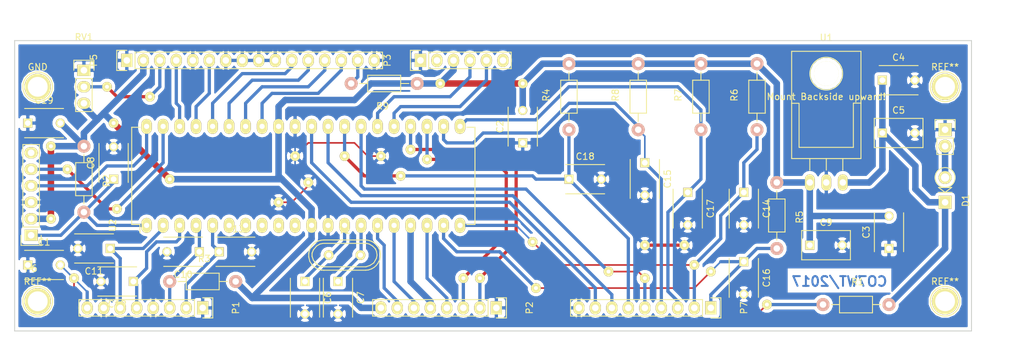
<source format=kicad_pcb>
(kicad_pcb (version 4) (host pcbnew 4.0.2+dfsg1-stable)
  (layers (0 F.Cu signal) (31 B.Cu signal) (34 B.Paste user) (35 F.Paste user) (36 B.SilkS user) (37 F.SilkS user) (38 B.Mask user) (39 F.Mask user) (44 Edge.Cuts user))
  (net 0 "")
  (net 1 GND)
  (net 2 +5V)
  (net 3 "Net-(U2-Pad6)")
  (net 4 "Net-(U2-Pad7)")
  (net 5 "Net-(U2-Pad8)")
  (net 6 "Net-(U2-Pad9)")
  (net 7 "Net-(C6-Pad1)")
  (net 8 "Net-(C7-Pad1)")
  (net 9 "Net-(P7-Pad8)")
  (net 10 "Net-(U2-Pad10)")
  (net 11 MCLR)
  (net 12 Scale)
  (net 13 Probe_ID)
  (net 14 V_Rev)
  (net 15 V_Dir)
  (net 16 /SDO)
  (net 17 /SDI/SDA)
  (net 18 /SCK/SCL)
  (net 19 /PWM1)
  (net 20 /PWM2)
  (net 21 /T1CKI)
  (net 22 /TXO)
  (net 23 /RXI)
  (net 24 /RS)
  (net 25 /EN)
  (net 26 /D4)
  (net 27 /D5)
  (net 28 /D6)
  (net 29 /D7)
  (net 30 "Net-(C1-Pad2)")
  (net 31 +12V)
  (net 32 "Net-(P3-Pad2)")
  (net 33 "Net-(P3-Pad6)")
  (net 34 "Net-(P5-Pad3)")
  (net 35 "Net-(P5-Pad15)")
  (net 36 "Net-(P6-Pad6)")
  (net 37 /Pin)
  (net 38 "Net-(P6-Pad4)")
  (net 39 "Net-(P6-Pad5)")
  (net 40 "Net-(C14-Pad1)")
  (net 41 "Net-(C15-Pad1)")
  (net 42 "Net-(C16-Pad1)")
  (net 43 "Net-(C17-Pad1)")
  (net 44 "Net-(C18-Pad1)")
  (net 45 "Net-(P7-Pad5)")
  (net 46 "Net-(P7-Pad7)")
  (module Resistors_ThroughHole:Resistor_Horizontal_RM10mm (layer F.Cu) (at 146.304 94.996 90)
    (fp_text reference R4 (at 5.32892 -3.50012 90) (layer F.SilkS))
    (fp_text value 10k)
    (pad 1 thru_hole circle (at 0 0 90) (size 1.99898 1.99898) (drill 1.00076) (layers *.Cu *.SilkS *.Mask) (net 44 "Net-(C18-Pad1)"))
    (pad 2 thru_hole circle (at 10.16 0 90) (size 1.99898 1.99898) (drill 1.00076) (layers *.Cu *.SilkS *.Mask) (net 2 +5V))
  )
  (module Resistors_ThroughHole:Resistor_Horizontal_RM10mm (layer F.Cu) (at 178.308 103.124 270)
    (fp_text reference R5 (at 5.32892 -3.50012 270) (layer F.SilkS))
    (fp_text value 10k)
    (pad 1 thru_hole circle (at 0 0 270) (size 1.99898 1.99898) (drill 1.00076) (layers *.Cu *.SilkS *.Mask) (net 2 +5V))
    (pad 2 thru_hole circle (at 10.16 0 270) (size 1.99898 1.99898) (drill 1.00076) (layers *.Cu *.SilkS *.Mask) (net 42 "Net-(C16-Pad1)"))
  )
  (module Crystals:Crystal_HC49-U_Vertical (layer F.Cu) (at 111.76 114.3)
    (fp_text reference Y1 (at 0 -3.81) (layer F.SilkS))
    (fp_text value 14.318Mhz)
    (pad 1 thru_hole circle (at -2.44094 0) (size 1.50114 1.50114) (drill 0.8001) (layers *.Cu *.Mask F.SilkS) (net 7 "Net-(C6-Pad1)"))
    (pad 2 thru_hole circle (at 2.44094 0) (size 1.50114 1.50114) (drill 0.8001) (layers *.Cu *.Mask F.SilkS) (net 8 "Net-(C7-Pad1)"))
  )
  (module Housings_DIP:DIP-40_W15.24mm_LongPads (layer F.Cu) (at 81.28 109.728 90)
    (fp_text reference U2 (at 0 -5.22 90) (layer F.SilkS))
    (fp_text value PIC16F887-PDIP-40)
    (pad 1 thru_hole oval (at 0 0 90) (size 2.3 1.6) (drill 0.8) (layers *.Cu *.Mask F.SilkS) (net 11 MCLR))
    (pad 2 thru_hole oval (at 0 2.54 90) (size 2.3 1.6) (drill 0.8) (layers *.Cu *.Mask F.SilkS) (net 15 V_Dir))
    (pad 3 thru_hole oval (at 0 5.08 90) (size 2.3 1.6) (drill 0.8) (layers *.Cu *.Mask F.SilkS) (net 14 V_Rev))
    (pad 4 thru_hole oval (at 0 7.62 90) (size 2.3 1.6) (drill 0.8) (layers *.Cu *.Mask F.SilkS) (net 13 Probe_ID))
    (pad 5 thru_hole oval (at 0 10.16 90) (size 2.3 1.6) (drill 0.8) (layers *.Cu *.Mask F.SilkS) (net 12 Scale))
    (pad 6 thru_hole oval (at 0 12.7 90) (size 2.3 1.6) (drill 0.8) (layers *.Cu *.Mask F.SilkS) (net 3 "Net-(U2-Pad6)"))
    (pad 7 thru_hole oval (at 0 15.24 90) (size 2.3 1.6) (drill 0.8) (layers *.Cu *.Mask F.SilkS) (net 4 "Net-(U2-Pad7)"))
    (pad 8 thru_hole oval (at 0 17.78 90) (size 2.3 1.6) (drill 0.8) (layers *.Cu *.Mask F.SilkS) (net 5 "Net-(U2-Pad8)"))
    (pad 9 thru_hole oval (at 0 20.32 90) (size 2.3 1.6) (drill 0.8) (layers *.Cu *.Mask F.SilkS) (net 6 "Net-(U2-Pad9)"))
    (pad 10 thru_hole oval (at 0 22.86 90) (size 2.3 1.6) (drill 0.8) (layers *.Cu *.Mask F.SilkS) (net 10 "Net-(U2-Pad10)"))
    (pad 11 thru_hole oval (at 0 25.4 90) (size 2.3 1.6) (drill 0.8) (layers *.Cu *.Mask F.SilkS) (net 2 +5V))
    (pad 12 thru_hole oval (at 0 27.94 90) (size 2.3 1.6) (drill 0.8) (layers *.Cu *.Mask F.SilkS) (net 1 GND))
    (pad 13 thru_hole oval (at 0 30.48 90) (size 2.3 1.6) (drill 0.8) (layers *.Cu *.Mask F.SilkS) (net 7 "Net-(C6-Pad1)"))
    (pad 14 thru_hole oval (at 0 33.02 90) (size 2.3 1.6) (drill 0.8) (layers *.Cu *.Mask F.SilkS) (net 8 "Net-(C7-Pad1)"))
    (pad 15 thru_hole oval (at 0 35.56 90) (size 2.3 1.6) (drill 0.8) (layers *.Cu *.Mask F.SilkS) (net 21 /T1CKI))
    (pad 16 thru_hole oval (at 0 38.1 90) (size 2.3 1.6) (drill 0.8) (layers *.Cu *.Mask F.SilkS) (net 20 /PWM2))
    (pad 17 thru_hole oval (at 0 40.64 90) (size 2.3 1.6) (drill 0.8) (layers *.Cu *.Mask F.SilkS) (net 19 /PWM1))
    (pad 18 thru_hole oval (at 0 43.18 90) (size 2.3 1.6) (drill 0.8) (layers *.Cu *.Mask F.SilkS) (net 18 /SCK/SCL))
    (pad 19 thru_hole oval (at 0 45.72 90) (size 2.3 1.6) (drill 0.8) (layers *.Cu *.Mask F.SilkS) (net 42 "Net-(C16-Pad1)"))
    (pad 20 thru_hole oval (at 0 48.26 90) (size 2.3 1.6) (drill 0.8) (layers *.Cu *.Mask F.SilkS) (net 40 "Net-(C14-Pad1)"))
    (pad 21 thru_hole oval (at 15.24 48.26 90) (size 2.3 1.6) (drill 0.8) (layers *.Cu *.Mask F.SilkS) (net 43 "Net-(C17-Pad1)"))
    (pad 22 thru_hole oval (at 15.24 45.72 90) (size 2.3 1.6) (drill 0.8) (layers *.Cu *.Mask F.SilkS) (net 41 "Net-(C15-Pad1)"))
    (pad 23 thru_hole oval (at 15.24 43.18 90) (size 2.3 1.6) (drill 0.8) (layers *.Cu *.Mask F.SilkS) (net 17 /SDI/SDA))
    (pad 24 thru_hole oval (at 15.24 40.64 90) (size 2.3 1.6) (drill 0.8) (layers *.Cu *.Mask F.SilkS) (net 16 /SDO))
    (pad 25 thru_hole oval (at 15.24 38.1 90) (size 2.3 1.6) (drill 0.8) (layers *.Cu *.Mask F.SilkS) (net 23 /RXI))
    (pad 26 thru_hole oval (at 15.24 35.56 90) (size 2.3 1.6) (drill 0.8) (layers *.Cu *.Mask F.SilkS) (net 22 /TXO))
    (pad 27 thru_hole oval (at 15.24 33.02 90) (size 2.3 1.6) (drill 0.8) (layers *.Cu *.Mask F.SilkS) (net 45 "Net-(P7-Pad5)"))
    (pad 28 thru_hole oval (at 15.24 30.48 90) (size 2.3 1.6) (drill 0.8) (layers *.Cu *.Mask F.SilkS) (net 44 "Net-(C18-Pad1)"))
    (pad 29 thru_hole oval (at 15.24 27.94 90) (size 2.3 1.6) (drill 0.8) (layers *.Cu *.Mask F.SilkS) (net 46 "Net-(P7-Pad7)"))
    (pad 30 thru_hole oval (at 15.24 25.4 90) (size 2.3 1.6) (drill 0.8) (layers *.Cu *.Mask F.SilkS) (net 9 "Net-(P7-Pad8)"))
    (pad 31 thru_hole oval (at 15.24 22.86 90) (size 2.3 1.6) (drill 0.8) (layers *.Cu *.Mask F.SilkS) (net 1 GND))
    (pad 32 thru_hole oval (at 15.24 20.32 90) (size 2.3 1.6) (drill 0.8) (layers *.Cu *.Mask F.SilkS) (net 2 +5V))
    (pad 33 thru_hole oval (at 15.24 17.78 90) (size 2.3 1.6) (drill 0.8) (layers *.Cu *.Mask F.SilkS) (net 26 /D4))
    (pad 34 thru_hole oval (at 15.24 15.24 90) (size 2.3 1.6) (drill 0.8) (layers *.Cu *.Mask F.SilkS) (net 27 /D5))
    (pad 35 thru_hole oval (at 15.24 12.7 90) (size 2.3 1.6) (drill 0.8) (layers *.Cu *.Mask F.SilkS) (net 28 /D6))
    (pad 36 thru_hole oval (at 15.24 10.16 90) (size 2.3 1.6) (drill 0.8) (layers *.Cu *.Mask F.SilkS) (net 29 /D7))
    (pad 37 thru_hole oval (at 15.24 7.62 90) (size 2.3 1.6) (drill 0.8) (layers *.Cu *.Mask F.SilkS) (net 25 /EN))
    (pad 38 thru_hole oval (at 15.24 5.08 90) (size 2.3 1.6) (drill 0.8) (layers *.Cu *.Mask F.SilkS) (net 24 /RS))
    (pad 39 thru_hole oval (at 15.24 2.54 90) (size 2.3 1.6) (drill 0.8) (layers *.Cu *.Mask F.SilkS) (net 39 "Net-(P6-Pad5)"))
    (pad 40 thru_hole oval (at 15.24 0 90) (size 2.3 1.6) (drill 0.8) (layers *.Cu *.Mask F.SilkS) (net 38 "Net-(P6-Pad4)"))
  )
  (module Connect:1pin (layer F.Cu) (at 64.516 88.392)
    (fp_text reference GND (at 0 -3.048) (layer F.SilkS))
    (fp_text value 1pin)
    (pad 1 thru_hole circle (at 0 0) (size 4.064 4.064) (drill 3.048) (layers *.Cu *.Mask F.SilkS))
  )
  (module Connect:1pin (layer F.Cu) (at 64.516 121.412)
    (fp_text reference REF** (at 0 -3.048) (layer F.SilkS))
    (fp_text value 1pin)
    (pad 1 thru_hole circle (at 0 0) (size 4.064 4.064) (drill 3.048) (layers *.Cu *.Mask F.SilkS))
  )
  (module Connect:1pin (layer F.Cu) (at 204.216 88.392)
    (fp_text reference REF** (at 0 -3.048) (layer F.SilkS))
    (fp_text value 1pin)
    (pad 1 thru_hole circle (at 0 0) (size 4.064 4.064) (drill 3.048) (layers *.Cu *.Mask F.SilkS))
  )
  (module Connect:1pin (layer F.Cu) (at 204.216 121.412)
    (fp_text reference REF** (at 0 -3.048) (layer F.SilkS))
    (fp_text value 1pin)
    (pad 1 thru_hole circle (at 0 0) (size 4.064 4.064) (drill 3.048) (layers *.Cu *.Mask F.SilkS))
  )
  (module Capacitors_ThroughHole:C_Disc_D6_P5 (layer F.Cu) (at 62.992 115.824)
    (fp_text reference C1 (at 2.5 -3.5) (layer F.SilkS))
    (fp_text value 100n)
    (pad 1 thru_hole rect (at 0 0) (size 1.4 1.4) (drill 0.9) (layers *.Cu *.Mask F.SilkS) (net 1 GND))
    (pad 2 thru_hole circle (at 5 0) (size 1.4 1.4) (drill 0.9) (layers *.Cu *.Mask F.SilkS) (net 30 "Net-(C1-Pad2)"))
  )
  (module Capacitors_ThroughHole:C_Disc_D6_P5 (layer F.Cu) (at 139.192 97.028 90)
    (fp_text reference C2 (at 2.5 -3.5 90) (layer F.SilkS))
    (fp_text value 100n)
    (pad 1 thru_hole rect (at 0 0 90) (size 1.4 1.4) (drill 0.9) (layers *.Cu *.Mask F.SilkS) (net 1 GND))
    (pad 2 thru_hole circle (at 5 0 90) (size 1.4 1.4) (drill 0.9) (layers *.Cu *.Mask F.SilkS) (net 2 +5V))
  )
  (module Capacitors_ThroughHole:C_Disc_D6_P5 (layer F.Cu) (at 195.58 113.284 90)
    (fp_text reference C3 (at 2.5 -3.5 90) (layer F.SilkS))
    (fp_text value 100n)
    (pad 1 thru_hole rect (at 0 0 90) (size 1.4 1.4) (drill 0.9) (layers *.Cu *.Mask F.SilkS) (net 1 GND))
    (pad 2 thru_hole circle (at 5 0 90) (size 1.4 1.4) (drill 0.9) (layers *.Cu *.Mask F.SilkS) (net 2 +5V))
  )
  (module Capacitors_ThroughHole:C_Disc_D6_P5 (layer F.Cu) (at 194.564 87.376)
    (fp_text reference C4 (at 2.5 -3.5) (layer F.SilkS))
    (fp_text value 100n)
    (pad 1 thru_hole rect (at 0 0) (size 1.4 1.4) (drill 0.9) (layers *.Cu *.Mask F.SilkS) (net 31 +12V))
    (pad 2 thru_hole circle (at 5 0) (size 1.4 1.4) (drill 0.9) (layers *.Cu *.Mask F.SilkS) (net 1 GND))
  )
  (module Capacitors_ThroughHole:C_Disc_D7.5_P5 (layer F.Cu) (at 194.564 95.504)
    (fp_text reference C5 (at 2.5 -3.5) (layer F.SilkS))
    (fp_text value 100u)
    (pad 1 thru_hole rect (at 0 0) (size 1.4 1.4) (drill 0.9) (layers *.Cu *.Mask F.SilkS) (net 31 +12V))
    (pad 2 thru_hole circle (at 5 0) (size 1.4 1.4) (drill 0.9) (layers *.Cu *.Mask F.SilkS) (net 1 GND))
  )
  (module Capacitors_ThroughHole:C_Disc_D6_P5 (layer F.Cu) (at 105.664 118.364 270)
    (fp_text reference C6 (at 2.5 -3.5 270) (layer F.SilkS))
    (fp_text value 22p)
    (pad 1 thru_hole rect (at 0 0 270) (size 1.4 1.4) (drill 0.9) (layers *.Cu *.Mask F.SilkS) (net 7 "Net-(C6-Pad1)"))
    (pad 2 thru_hole circle (at 5 0 270) (size 1.4 1.4) (drill 0.9) (layers *.Cu *.Mask F.SilkS) (net 1 GND))
  )
  (module Capacitors_ThroughHole:C_Disc_D6_P5 (layer F.Cu) (at 110.744 118.364 270)
    (fp_text reference C7 (at 2.5 -3.5 270) (layer F.SilkS))
    (fp_text value 22p)
    (pad 1 thru_hole rect (at 0 0 270) (size 1.4 1.4) (drill 0.9) (layers *.Cu *.Mask F.SilkS) (net 8 "Net-(C7-Pad1)"))
    (pad 2 thru_hole circle (at 5 0 270) (size 1.4 1.4) (drill 0.9) (layers *.Cu *.Mask F.SilkS) (net 1 GND))
  )
  (module Capacitors_ThroughHole:C_Disc_D6_P5 (layer F.Cu) (at 76.2 102.616 90)
    (fp_text reference C8 (at 2.5 -3.5 90) (layer F.SilkS))
    (fp_text value 100n)
    (pad 1 thru_hole rect (at 0 0 90) (size 1.4 1.4) (drill 0.9) (layers *.Cu *.Mask F.SilkS) (net 11 MCLR))
    (pad 2 thru_hole circle (at 5 0 90) (size 1.4 1.4) (drill 0.9) (layers *.Cu *.Mask F.SilkS) (net 1 GND))
  )
  (module Capacitors_ThroughHole:C_Disc_D7.5_P5 (layer F.Cu) (at 183.388 112.776)
    (fp_text reference C9 (at 2.5 -3.5) (layer F.SilkS))
    (fp_text value 10u)
    (pad 1 thru_hole rect (at 0 0) (size 1.4 1.4) (drill 0.9) (layers *.Cu *.Mask F.SilkS) (net 2 +5V))
    (pad 2 thru_hole circle (at 5 0) (size 1.4 1.4) (drill 0.9) (layers *.Cu *.Mask F.SilkS) (net 1 GND))
  )
  (module Capacitors_ThroughHole:C_Disc_D6_P5 (layer F.Cu) (at 89.408 113.792 180)
    (fp_text reference C10 (at 2.5 -3.5 180) (layer F.SilkS))
    (fp_text value 10n)
    (pad 1 thru_hole rect (at 0 0 180) (size 1.4 1.4) (drill 0.9) (layers *.Cu *.Mask F.SilkS) (net 13 Probe_ID))
    (pad 2 thru_hole circle (at 5 0 180) (size 1.4 1.4) (drill 0.9) (layers *.Cu *.Mask F.SilkS) (net 1 GND))
  )
  (module Capacitors_ThroughHole:C_Disc_D6_P5 (layer F.Cu) (at 79.248 118.364 180)
    (fp_text reference C12 (at 2.5 -3.5 180) (layer F.SilkS))
    (fp_text value 10n)
    (pad 1 thru_hole rect (at 0 0 180) (size 1.4 1.4) (drill 0.9) (layers *.Cu *.Mask F.SilkS) (net 14 V_Rev))
    (pad 2 thru_hole circle (at 5 0 180) (size 1.4 1.4) (drill 0.9) (layers *.Cu *.Mask F.SilkS) (net 1 GND))
  )
  (module Capacitors_ThroughHole:C_Disc_D6_P5 (layer F.Cu) (at 92.456 113.792)
    (fp_text reference C13 (at 2.5 -3.5) (layer F.SilkS))
    (fp_text value 10n)
    (pad 1 thru_hole rect (at 0 0) (size 1.4 1.4) (drill 0.9) (layers *.Cu *.Mask F.SilkS) (net 12 Scale))
    (pad 2 thru_hole circle (at 5 0) (size 1.4 1.4) (drill 0.9) (layers *.Cu *.Mask F.SilkS) (net 1 GND))
  )
  (module Capacitors_ThroughHole:C_Disc_D6_P5 (layer F.Cu) (at 173.228 104.648 270)
    (fp_text reference C14 (at 2.5 -3.5 270) (layer F.SilkS))
    (fp_text value 10n)
    (pad 1 thru_hole rect (at 0 0 270) (size 1.4 1.4) (drill 0.9) (layers *.Cu *.Mask F.SilkS) (net 40 "Net-(C14-Pad1)"))
    (pad 2 thru_hole circle (at 5 0 270) (size 1.4 1.4) (drill 0.9) (layers *.Cu *.Mask F.SilkS) (net 1 GND))
  )
  (module Capacitors_ThroughHole:C_Disc_D6_P5 (layer F.Cu) (at 157.988 100.076 270)
    (fp_text reference C15 (at 2.5 -3.5 270) (layer F.SilkS))
    (fp_text value 10n)
    (pad 1 thru_hole rect (at 0 0 270) (size 1.4 1.4) (drill 0.9) (layers *.Cu *.Mask F.SilkS) (net 41 "Net-(C15-Pad1)"))
    (pad 2 thru_hole circle (at 5 0 270) (size 1.4 1.4) (drill 0.9) (layers *.Cu *.Mask F.SilkS) (net 1 GND))
  )
  (module Capacitors_ThroughHole:C_Disc_D6_P5 (layer F.Cu) (at 173.228 115.316 270)
    (fp_text reference C16 (at 2.5 -3.5 270) (layer F.SilkS))
    (fp_text value 10n)
    (pad 1 thru_hole rect (at 0 0 270) (size 1.4 1.4) (drill 0.9) (layers *.Cu *.Mask F.SilkS) (net 42 "Net-(C16-Pad1)"))
    (pad 2 thru_hole circle (at 5 0 270) (size 1.4 1.4) (drill 0.9) (layers *.Cu *.Mask F.SilkS) (net 1 GND))
  )
  (module Capacitors_ThroughHole:C_Disc_D6_P5 (layer F.Cu) (at 164.592 104.648 270)
    (fp_text reference C17 (at 2.5 -3.5 270) (layer F.SilkS))
    (fp_text value 10n)
    (pad 1 thru_hole rect (at 0 0 270) (size 1.4 1.4) (drill 0.9) (layers *.Cu *.Mask F.SilkS) (net 43 "Net-(C17-Pad1)"))
    (pad 2 thru_hole circle (at 5 0 270) (size 1.4 1.4) (drill 0.9) (layers *.Cu *.Mask F.SilkS) (net 1 GND))
  )
  (module Capacitors_ThroughHole:C_Disc_D6_P5 (layer F.Cu) (at 146.304 102.616)
    (fp_text reference C18 (at 2.5 -3.5) (layer F.SilkS))
    (fp_text value 10n)
    (pad 1 thru_hole rect (at 0 0) (size 1.4 1.4) (drill 0.9) (layers *.Cu *.Mask F.SilkS) (net 44 "Net-(C18-Pad1)"))
    (pad 2 thru_hole circle (at 5 0) (size 1.4 1.4) (drill 0.9) (layers *.Cu *.Mask F.SilkS) (net 1 GND))
  )
  (module Capacitors_ThroughHole:C_Disc_D6_P5 (layer F.Cu) (at 62.992 93.98)
    (fp_text reference C19 (at 2.5 -3.5) (layer F.SilkS))
    (fp_text value 100n)
    (pad 1 thru_hole rect (at 0 0) (size 1.4 1.4) (drill 0.9) (layers *.Cu *.Mask F.SilkS) (net 1 GND))
    (pad 2 thru_hole circle (at 5 0) (size 1.4 1.4) (drill 0.9) (layers *.Cu *.Mask F.SilkS) (net 2 +5V))
  )
  (module Diodes_ThroughHole:Diode_DO-41_SOD81_Vertical_KathodeUp (layer F.Cu) (at 204.216 106.172 90)
    (fp_text reference D1 (at 0.27178 3.175 90) (layer F.SilkS))
    (fp_text value 1N4001)
    (pad 2 thru_hole circle (at 3.81 0 270) (size 1.99898 1.99898) (drill 1.27) (layers *.Cu *.Mask F.SilkS) (net 37 /Pin))
    (pad 1 thru_hole rect (at 0 0 270) (size 1.99898 1.99898) (drill 1.00076) (layers *.Cu *.Mask F.SilkS) (net 31 +12V))
  )
  (module Pin_Headers:Pin_Header_Straight_1x08 (layer F.Cu) (at 89.916 122.428 270)
    (fp_text reference P1 (at 0 -5.1 270) (layer F.SilkS))
    (fp_text value "Probe Connector")
    (pad 1 thru_hole rect (at 0 0 270) (size 2.032 1.7272) (drill 1.016) (layers *.Cu *.Mask F.SilkS) (net 1 GND))
    (pad 2 thru_hole oval (at 0 2.54 270) (size 2.032 1.7272) (drill 1.016) (layers *.Cu *.Mask F.SilkS) (net 12 Scale))
    (pad 3 thru_hole oval (at 0 5.08 270) (size 2.032 1.7272) (drill 1.016) (layers *.Cu *.Mask F.SilkS) (net 13 Probe_ID))
    (pad 4 thru_hole oval (at 0 7.62 270) (size 2.032 1.7272) (drill 1.016) (layers *.Cu *.Mask F.SilkS) (net 1 GND))
    (pad 5 thru_hole oval (at 0 10.16 270) (size 2.032 1.7272) (drill 1.016) (layers *.Cu *.Mask F.SilkS) (net 14 V_Rev))
    (pad 6 thru_hole oval (at 0 12.7 270) (size 2.032 1.7272) (drill 1.016) (layers *.Cu *.Mask F.SilkS) (net 15 V_Dir))
    (pad 7 thru_hole oval (at 0 15.24 270) (size 2.032 1.7272) (drill 1.016) (layers *.Cu *.Mask F.SilkS) (net 1 GND))
    (pad 8 thru_hole oval (at 0 17.78 270) (size 2.032 1.7272) (drill 1.016) (layers *.Cu *.Mask F.SilkS) (net 30 "Net-(C1-Pad2)"))
  )
  (module Pin_Headers:Pin_Header_Straight_1x06 (layer F.Cu) (at 123.444 84.328 90)
    (fp_text reference P3 (at 0 -5.1 90) (layer F.SilkS))
    (fp_text value Serial)
    (pad 1 thru_hole rect (at 0 0 90) (size 2.032 1.7272) (drill 1.016) (layers *.Cu *.Mask F.SilkS) (net 1 GND))
    (pad 2 thru_hole oval (at 0 2.54 90) (size 2.032 1.7272) (drill 1.016) (layers *.Cu *.Mask F.SilkS) (net 32 "Net-(P3-Pad2)"))
    (pad 3 thru_hole oval (at 0 5.08 90) (size 2.032 1.7272) (drill 1.016) (layers *.Cu *.Mask F.SilkS) (net 2 +5V))
    (pad 4 thru_hole oval (at 0 7.62 90) (size 2.032 1.7272) (drill 1.016) (layers *.Cu *.Mask F.SilkS) (net 22 /TXO))
    (pad 5 thru_hole oval (at 0 10.16 90) (size 2.032 1.7272) (drill 1.016) (layers *.Cu *.Mask F.SilkS) (net 23 /RXI))
    (pad 6 thru_hole oval (at 0 12.7 90) (size 2.032 1.7272) (drill 1.016) (layers *.Cu *.Mask F.SilkS) (net 33 "Net-(P3-Pad6)"))
  )
  (module Pin_Headers:Pin_Header_Straight_1x02 (layer F.Cu) (at 204.216 94.996)
    (fp_text reference P4 (at 0 -5.1) (layer F.SilkS))
    (fp_text value POWER_IN)
    (pad 1 thru_hole rect (at 0 0) (size 2.032 2.032) (drill 1.016) (layers *.Cu *.Mask F.SilkS) (net 1 GND))
    (pad 2 thru_hole oval (at 0 2.54) (size 2.032 2.032) (drill 1.016) (layers *.Cu *.Mask F.SilkS) (net 37 /Pin))
  )
  (module Pin_Headers:Pin_Header_Straight_1x16 (layer F.Cu) (at 78.232 84.328 90)
    (fp_text reference P5 (at 0 -5.1 90) (layer F.SilkS))
    (fp_text value "Default LCD connector")
    (pad 1 thru_hole rect (at 0 0 90) (size 2.032 1.7272) (drill 1.016) (layers *.Cu *.Mask F.SilkS) (net 1 GND))
    (pad 2 thru_hole oval (at 0 2.54 90) (size 2.032 1.7272) (drill 1.016) (layers *.Cu *.Mask F.SilkS) (net 2 +5V))
    (pad 3 thru_hole oval (at 0 5.08 90) (size 2.032 1.7272) (drill 1.016) (layers *.Cu *.Mask F.SilkS) (net 34 "Net-(P5-Pad3)"))
    (pad 4 thru_hole oval (at 0 7.62 90) (size 2.032 1.7272) (drill 1.016) (layers *.Cu *.Mask F.SilkS) (net 24 /RS))
    (pad 5 thru_hole oval (at 0 10.16 90) (size 2.032 1.7272) (drill 1.016) (layers *.Cu *.Mask F.SilkS) (net 1 GND))
    (pad 6 thru_hole oval (at 0 12.7 90) (size 2.032 1.7272) (drill 1.016) (layers *.Cu *.Mask F.SilkS) (net 25 /EN))
    (pad 7 thru_hole oval (at 0 15.24 90) (size 2.032 1.7272) (drill 1.016) (layers *.Cu *.Mask F.SilkS) (net 1 GND))
    (pad 8 thru_hole oval (at 0 17.78 90) (size 2.032 1.7272) (drill 1.016) (layers *.Cu *.Mask F.SilkS) (net 1 GND))
    (pad 9 thru_hole oval (at 0 20.32 90) (size 2.032 1.7272) (drill 1.016) (layers *.Cu *.Mask F.SilkS) (net 1 GND))
    (pad 10 thru_hole oval (at 0 22.86 90) (size 2.032 1.7272) (drill 1.016) (layers *.Cu *.Mask F.SilkS) (net 1 GND))
    (pad 11 thru_hole oval (at 0 25.4 90) (size 2.032 1.7272) (drill 1.016) (layers *.Cu *.Mask F.SilkS) (net 29 /D7))
    (pad 12 thru_hole oval (at 0 27.94 90) (size 2.032 1.7272) (drill 1.016) (layers *.Cu *.Mask F.SilkS) (net 28 /D6))
    (pad 13 thru_hole oval (at 0 30.48 90) (size 2.032 1.7272) (drill 1.016) (layers *.Cu *.Mask F.SilkS) (net 27 /D5))
    (pad 14 thru_hole oval (at 0 33.02 90) (size 2.032 1.7272) (drill 1.016) (layers *.Cu *.Mask F.SilkS) (net 26 /D4))
    (pad 15 thru_hole oval (at 0 35.56 90) (size 2.032 1.7272) (drill 1.016) (layers *.Cu *.Mask F.SilkS) (net 35 "Net-(P5-Pad15)"))
    (pad 16 thru_hole oval (at 0 38.1 90) (size 2.032 1.7272) (drill 1.016) (layers *.Cu *.Mask F.SilkS) (net 1 GND))
  )
  (module Pin_Headers:Pin_Header_Straight_1x06 (layer F.Cu) (at 63.5 111.252 180)
    (fp_text reference P6 (at 0 -5.1 180) (layer F.SilkS))
    (fp_text value "ICSP Pickit2")
    (pad 1 thru_hole rect (at 0 0 180) (size 2.032 1.7272) (drill 1.016) (layers *.Cu *.Mask F.SilkS) (net 11 MCLR))
    (pad 2 thru_hole oval (at 0 2.54 180) (size 2.032 1.7272) (drill 1.016) (layers *.Cu *.Mask F.SilkS) (net 2 +5V))
    (pad 3 thru_hole oval (at 0 5.08 180) (size 2.032 1.7272) (drill 1.016) (layers *.Cu *.Mask F.SilkS) (net 1 GND))
    (pad 4 thru_hole oval (at 0 7.62 180) (size 2.032 1.7272) (drill 1.016) (layers *.Cu *.Mask F.SilkS) (net 38 "Net-(P6-Pad4)"))
    (pad 5 thru_hole oval (at 0 10.16 180) (size 2.032 1.7272) (drill 1.016) (layers *.Cu *.Mask F.SilkS) (net 39 "Net-(P6-Pad5)"))
    (pad 6 thru_hole oval (at 0 12.7 180) (size 2.032 1.7272) (drill 1.016) (layers *.Cu *.Mask F.SilkS) (net 36 "Net-(P6-Pad6)"))
  )
  (module Pin_Headers:Pin_Header_Straight_1x09 (layer F.Cu) (at 168.148 122.428 270)
    (fp_text reference P7 (at 0 -5.1 270) (layer F.SilkS))
    (fp_text value "Buttons & Icom")
    (pad 1 thru_hole rect (at 0 0 270) (size 2.032 1.7272) (drill 1.016) (layers *.Cu *.Mask F.SilkS) (net 42 "Net-(C16-Pad1)"))
    (pad 2 thru_hole oval (at 0 2.54 270) (size 2.032 1.7272) (drill 1.016) (layers *.Cu *.Mask F.SilkS) (net 40 "Net-(C14-Pad1)"))
    (pad 3 thru_hole oval (at 0 5.08 270) (size 2.032 1.7272) (drill 1.016) (layers *.Cu *.Mask F.SilkS) (net 43 "Net-(C17-Pad1)"))
    (pad 4 thru_hole oval (at 0 7.62 270) (size 2.032 1.7272) (drill 1.016) (layers *.Cu *.Mask F.SilkS) (net 41 "Net-(C15-Pad1)"))
    (pad 5 thru_hole oval (at 0 10.16 270) (size 2.032 1.7272) (drill 1.016) (layers *.Cu *.Mask F.SilkS) (net 45 "Net-(P7-Pad5)"))
    (pad 6 thru_hole oval (at 0 12.7 270) (size 2.032 1.7272) (drill 1.016) (layers *.Cu *.Mask F.SilkS) (net 44 "Net-(C18-Pad1)"))
    (pad 7 thru_hole oval (at 0 15.24 270) (size 2.032 1.7272) (drill 1.016) (layers *.Cu *.Mask F.SilkS) (net 46 "Net-(P7-Pad7)"))
    (pad 8 thru_hole oval (at 0 17.78 270) (size 2.032 1.7272) (drill 1.016) (layers *.Cu *.Mask F.SilkS) (net 9 "Net-(P7-Pad8)"))
    (pad 9 thru_hole oval (at 0 20.32 270) (size 2.032 1.7272) (drill 1.016) (layers *.Cu *.Mask F.SilkS) (net 1 GND))
  )
  (module Resistors_ThroughHole:Resistor_Horizontal_RM10mm (layer F.Cu) (at 185.42 121.92)
    (fp_text reference R1 (at 5.32892 -3.50012) (layer F.SilkS))
    (fp_text value 10)
    (pad 1 thru_hole circle (at 0 0) (size 1.99898 1.99898) (drill 1.00076) (layers *.Cu *.SilkS *.Mask) (net 30 "Net-(C1-Pad2)"))
    (pad 2 thru_hole circle (at 10.16 0) (size 1.99898 1.99898) (drill 1.00076) (layers *.Cu *.SilkS *.Mask) (net 31 +12V))
  )
  (module Resistors_ThroughHole:Resistor_Horizontal_RM10mm (layer F.Cu) (at 71.628 97.536 270)
    (fp_text reference R2 (at 5.32892 -3.50012 270) (layer F.SilkS))
    (fp_text value 10k)
    (pad 1 thru_hole circle (at 0 0 270) (size 1.99898 1.99898) (drill 1.00076) (layers *.Cu *.SilkS *.Mask) (net 2 +5V))
    (pad 2 thru_hole circle (at 10.16 0 270) (size 1.99898 1.99898) (drill 1.00076) (layers *.Cu *.SilkS *.Mask) (net 11 MCLR))
  )
  (module Resistors_ThroughHole:Resistor_Horizontal_RM10mm (layer F.Cu) (at 84.836 118.364)
    (fp_text reference R3 (at 5.32892 -3.50012) (layer F.SilkS))
    (fp_text value 10k)
    (pad 1 thru_hole circle (at 0 0) (size 1.99898 1.99898) (drill 1.00076) (layers *.Cu *.SilkS *.Mask) (net 13 Probe_ID))
    (pad 2 thru_hole circle (at 10.16 0) (size 1.99898 1.99898) (drill 1.00076) (layers *.Cu *.SilkS *.Mask) (net 2 +5V))
  )
  (module Resistors_ThroughHole:Resistor_Horizontal_RM10mm (layer F.Cu) (at 175.26 94.996 90)
    (fp_text reference R6 (at 5.32892 -3.50012 90) (layer F.SilkS))
    (fp_text value 10k)
    (pad 1 thru_hole circle (at 0 0 90) (size 1.99898 1.99898) (drill 1.00076) (layers *.Cu *.SilkS *.Mask) (net 40 "Net-(C14-Pad1)"))
    (pad 2 thru_hole circle (at 10.16 0 90) (size 1.99898 1.99898) (drill 1.00076) (layers *.Cu *.SilkS *.Mask) (net 2 +5V))
  )
  (module Resistors_ThroughHole:Resistor_Horizontal_RM10mm (layer F.Cu) (at 166.624 94.996 90)
    (fp_text reference R7 (at 5.32892 -3.50012 90) (layer F.SilkS))
    (fp_text value 10k)
    (pad 1 thru_hole circle (at 0 0 90) (size 1.99898 1.99898) (drill 1.00076) (layers *.Cu *.SilkS *.Mask) (net 43 "Net-(C17-Pad1)"))
    (pad 2 thru_hole circle (at 10.16 0 90) (size 1.99898 1.99898) (drill 1.00076) (layers *.Cu *.SilkS *.Mask) (net 2 +5V))
  )
  (module Resistors_ThroughHole:Resistor_Horizontal_RM10mm (layer F.Cu) (at 156.972 94.996 90)
    (fp_text reference R8 (at 5.32892 -3.50012 90) (layer F.SilkS))
    (fp_text value 10k)
    (pad 1 thru_hole circle (at 0 0 90) (size 1.99898 1.99898) (drill 1.00076) (layers *.Cu *.SilkS *.Mask) (net 41 "Net-(C15-Pad1)"))
    (pad 2 thru_hole circle (at 10.16 0 90) (size 1.99898 1.99898) (drill 1.00076) (layers *.Cu *.SilkS *.Mask) (net 2 +5V))
  )
  (module Resistors_ThroughHole:Resistor_Horizontal_RM10mm (layer F.Cu) (at 122.936 87.884 180)
    (fp_text reference R9 (at 5.32892 -3.50012 180) (layer F.SilkS))
    (fp_text value 100)
    (pad 1 thru_hole circle (at 0 0 180) (size 1.99898 1.99898) (drill 1.00076) (layers *.Cu *.SilkS *.Mask) (net 2 +5V))
    (pad 2 thru_hole circle (at 10.16 0 180) (size 1.99898 1.99898) (drill 1.00076) (layers *.Cu *.SilkS *.Mask) (net 35 "Net-(P5-Pad15)"))
  )
  (module Pin_Headers:Pin_Header_Straight_1x03 (layer F.Cu) (at 71.628 85.852)
    (fp_text reference RV1 (at 0 -5.1) (layer F.SilkS))
    (fp_text value 10k)
    (pad 1 thru_hole rect (at 0 0) (size 2.032 1.7272) (drill 1.016) (layers *.Cu *.Mask F.SilkS) (net 1 GND))
    (pad 2 thru_hole oval (at 0 2.54) (size 2.032 1.7272) (drill 1.016) (layers *.Cu *.Mask F.SilkS) (net 34 "Net-(P5-Pad3)"))
    (pad 3 thru_hole oval (at 0 5.08) (size 2.032 1.7272) (drill 1.016) (layers *.Cu *.Mask F.SilkS) (net 2 +5V))
  )
  (module Pin_Headers:Pin_Header_Straight_1x08 (layer F.Cu) (at 135.128 122.428 270)
    (fp_text reference P2 (at 0 -5.1 270) (layer F.SilkS))
    (fp_text value "Communication port")
    (pad 1 thru_hole rect (at 0 0 270) (size 2.032 1.7272) (drill 1.016) (layers *.Cu *.Mask F.SilkS) (net 1 GND))
    (pad 2 thru_hole oval (at 0 2.54 270) (size 2.032 1.7272) (drill 1.016) (layers *.Cu *.Mask F.SilkS) (net 16 /SDO))
    (pad 3 thru_hole oval (at 0 5.08 270) (size 2.032 1.7272) (drill 1.016) (layers *.Cu *.Mask F.SilkS) (net 17 /SDI/SDA))
    (pad 4 thru_hole oval (at 0 7.62 270) (size 2.032 1.7272) (drill 1.016) (layers *.Cu *.Mask F.SilkS) (net 18 /SCK/SCL))
    (pad 5 thru_hole oval (at 0 10.16 270) (size 2.032 1.7272) (drill 1.016) (layers *.Cu *.Mask F.SilkS) (net 19 /PWM1))
    (pad 6 thru_hole oval (at 0 12.7 270) (size 2.032 1.7272) (drill 1.016) (layers *.Cu *.Mask F.SilkS) (net 20 /PWM2))
    (pad 7 thru_hole oval (at 0 15.24 270) (size 2.032 1.7272) (drill 1.016) (layers *.Cu *.Mask F.SilkS) (net 21 /T1CKI))
    (pad 8 thru_hole oval (at 0 17.78 270) (size 2.032 1.7272) (drill 1.016) (layers *.Cu *.Mask F.SilkS) (net 2 +5V))
  )
  (module Capacitors_ThroughHole:C_Disc_D6_P5 (layer F.Cu) (at 75.692 113.284 180)
    (fp_text reference C11 (at 2.5 -3.5 180) (layer F.SilkS))
    (fp_text value 10n)
    (pad 1 thru_hole rect (at 0 0 180) (size 1.4 1.4) (drill 0.9) (layers *.Cu *.Mask F.SilkS) (net 15 V_Dir))
    (pad 2 thru_hole circle (at 5 0 180) (size 1.4 1.4) (drill 0.9) (layers *.Cu *.Mask F.SilkS) (net 1 GND))
  )
  (module TO_SOT_Packages_THT:TO-220_Neutral123_Horizontal_Reverse (layer F.Cu) (at 185.928 103.124)
    (fp_text reference U1 (at 0 -22.3012) (layer F.SilkS))
    (fp_text value LM7805CT)
    (fp_text user "Mount Backside upward!" (at 0 -13.208) (layer F.SilkS))
    (pad 2 thru_hole oval (at 0 0 90) (size 2.49936 1.50114) (drill 1.00076) (layers *.Cu *.Mask F.SilkS) (net 1 GND))
    (pad 3 thru_hole oval (at -2.54 0 90) (size 2.49936 1.50114) (drill 1.00076) (layers *.Cu *.Mask F.SilkS) (net 2 +5V))
    (pad 1 thru_hole oval (at 2.54 0 90) (size 2.49936 1.50114) (drill 1.00076) (layers *.Cu *.Mask F.SilkS) (net 31 +12V))
    (pad "" np_thru_hole circle (at 0 -16.764 90) (size 3.79984 3.79984) (drill 3.79984) (layers *.Cu *.Mask F.SilkS))
  )
  (module pcb_helpers:pad (layer F.Cu) (at 176.784 121.92)
    (fp_text reference "" hide)
    (fp_text value "" (at 0 0) (layer F.SilkS))
    (pad 1 thru_hole circle (at 0 0) (size 1.5 1.5) (drill 0.6) (layers *.Cu *.Mask F.SilkS) (net 30 "Net-(C1-Pad2)"))
  )
  (module pcb_helpers:pad (layer F.Cu) (at 168.148 116.84)
    (fp_text reference "" hide)
    (fp_text value "" (at 0 0) (layer F.SilkS))
    (pad 1 thru_hole circle (at 0 0) (size 1.5 1.5) (drill 0.6) (layers *.Cu *.Mask F.SilkS) (net 42 "Net-(C16-Pad1)"))
  )
  (module pcb_helpers:pad (layer F.Cu) (at 165.608 115.824)
    (fp_text reference "" hide)
    (fp_text value "" (at 0 0) (layer F.SilkS))
    (pad 2 thru_hole circle (at 0 0) (size 1.5 1.5) (drill 0.6) (layers *.Cu *.Mask F.SilkS) (net 40 "Net-(C14-Pad1)"))
  )
  (module pcb_helpers:pad (layer F.Cu) (at 157.988 117.856)
    (fp_text reference "" hide)
    (fp_text value "" (at 0 0) (layer F.SilkS))
  )
  (module pcb_helpers:pad (layer F.Cu) (at 152.4 116.84)
    (fp_text reference "" hide)
    (fp_text value "" (at 0 0) (layer F.SilkS))
  )
  (module pcb_helpers:pad (layer F.Cu) (at 141.224 119.38)
    (fp_text reference "" hide)
    (fp_text value "" (at 0 0) (layer F.SilkS))
    (pad 9 thru_hole circle (at 0 0) (size 1.5 1.5) (drill 0.6) (layers *.Cu *.Mask F.SilkS) (net 42 "Net-(C16-Pad1)"))
  )
  (module pcb_helpers:pad (layer F.Cu) (at 140.716 112.268)
    (fp_text reference "" hide)
    (fp_text value "" (at 0 0) (layer F.SilkS))
    (pad 8 thru_hole circle (at 0 0) (size 1.5 1.5) (drill 0.6) (layers *.Cu *.Mask F.SilkS) (net 40 "Net-(C14-Pad1)"))
  )
  (module pcb_helpers:pad (layer F.Cu) (at 132.588 117.856)
    (fp_text reference "" hide)
    (fp_text value "" (at 0 0) (layer F.SilkS))
  )
  (module pcb_helpers:pad (layer F.Cu) (at 130.048 117.856)
    (fp_text reference "" hide)
    (fp_text value "" (at 0 0) (layer F.SilkS))
  )
  (module pcb_helpers:pad (layer F.Cu) (at 131.572 102.108)
    (fp_text reference "" hide)
    (fp_text value "" (at 0 0) (layer F.SilkS))
  )
  (module pcb_helpers:pad (layer F.Cu) (at 124.46 99.568)
    (fp_text reference "" hide)
    (fp_text value "" (at 0 0) (layer F.SilkS))
  )
  (module pcb_helpers:pad (layer F.Cu) (at 121.92 98.044)
    (fp_text reference "" hide)
    (fp_text value "" (at 0 0) (layer F.SilkS))
  )
  (module pcb_helpers:pad (layer F.Cu) (at 111.76 99.06)
    (fp_text reference "" hide)
    (fp_text value "" (at 0 0) (layer F.SilkS))
  )
  (module pcb_helpers:pad (layer F.Cu) (at 139.192 87.884)
    (fp_text reference "" hide)
    (fp_text value "" (at 0 0) (layer F.SilkS))
    (pad 7 thru_hole circle (at 0 0) (size 1.5 1.5) (drill 0.6) (layers *.Cu *.Mask F.SilkS) (net 2 +5V))
  )
  (module pcb_helpers:pad (layer F.Cu) (at 126.492 87.884)
    (fp_text reference "" hide)
    (fp_text value "" (at 0 0) (layer F.SilkS))
    (pad 1 thru_hole circle (at 0 0) (size 1.5 1.5) (drill 0.6) (layers *.Cu *.Mask F.SilkS) (net 2 +5V))
  )
  (module pcb_helpers:pad (layer F.Cu) (at 75.184 88.392)
    (fp_text reference "" hide)
    (fp_text value "" (at 0 0) (layer F.SilkS))
  )
  (module pcb_helpers:pad (layer F.Cu) (at 82.804 88.392)
    (fp_text reference "" hide)
    (fp_text value "" (at 0 0) (layer F.SilkS))
  )
  (module pcb_helpers:pad (layer F.Cu) (at 76.2 93.98)
    (fp_text reference "" hide)
    (fp_text value "" (at 0 0) (layer F.SilkS))
    (pad 1 thru_hole circle (at 0 0) (size 1.5 1.5) (drill 0.6) (layers *.Cu *.Mask F.SilkS) (net 2 +5V))
  )
  (module pcb_helpers:pad (layer F.Cu) (at 84.836 102.616)
    (fp_text reference "" hide)
    (fp_text value "" (at 0 0) (layer F.SilkS))
    (pad 1 thru_hole circle (at 0 0) (size 1.5 1.5) (drill 0.6) (layers *.Cu *.Mask F.SilkS) (net 2 +5V))
  )
  (module pcb_helpers:pad (layer F.Cu) (at 69.088 101.092)
    (fp_text reference "" hide)
    (fp_text value "" (at 0 0) (layer F.SilkS))
  )
  (module pcb_helpers:pad (layer F.Cu) (at 66.548 97.536)
    (fp_text reference "" hide)
    (fp_text value "" (at 0 0) (layer F.SilkS))
    (pad 1 thru_hole circle (at 0 0) (size 1.5 1.5) (drill 0.6) (layers *.Cu *.Mask F.SilkS) (net 2 +5V))
  )
  (module pcb_helpers:pad (layer F.Cu) (at 66.548 108.712)
    (fp_text reference "" hide)
    (fp_text value "" (at 0 0) (layer F.SilkS))
    (pad 1 thru_hole circle (at 0 0) (size 1.5 1.5) (drill 0.6) (layers *.Cu *.Mask F.SilkS) (net 2 +5V))
  )
  (module pcb_helpers:pad (layer F.Cu) (at 76.708 107.188)
    (fp_text reference "" hide)
    (fp_text value "" (at 0 0) (layer F.SilkS))
  )
  (module pcb_helpers:pad (layer F.Cu) (at 70.104 117.856)
    (fp_text reference "" hide)
    (fp_text value "" (at 0 0) (layer F.SilkS))
    (pad 1 thru_hole circle (at 0 0) (size 1.5 1.5) (drill 0.6) (layers *.Cu *.Mask F.SilkS) (net 30 "Net-(C1-Pad2)"))
  )
  (module pcb_helpers:pad_gnd (layer F.Cu) (at 117.348 99.06)
    (fp_text reference "" hide)
    (fp_text value "" (at 0 0) (layer F.SilkS))
    (pad 1 thru_hole circle (at 0 0) (size 1.5 1.5) (drill 0.6) (layers *.Cu *.Mask F.SilkS) (net 1 GND))
  )
  (module pcb_helpers:pad_gnd (layer F.Cu) (at 104.14 99.06)
    (fp_text reference "" hide)
    (fp_text value "" (at 0 0) (layer F.SilkS))
    (pad 1 thru_hole circle (at 0 0) (size 1.5 1.5) (drill 0.6) (layers *.Cu *.Mask F.SilkS) (net 1 GND))
  )
  (module pcb_helpers:pad_gnd (layer F.Cu) (at 106.172 103.124)
    (fp_text reference "" hide)
    (fp_text value "" (at 0 0) (layer F.SilkS))
    (pad 1 thru_hole circle (at 0 0) (size 1.5 1.5) (drill 0.6) (layers *.Cu *.Mask F.SilkS) (net 1 GND))
  )
  (module pcb_helpers:pad_gnd (layer F.Cu) (at 101.6 106.172)
    (fp_text reference "" hide)
    (fp_text value "" (at 0 0) (layer F.SilkS))
    (pad 1 thru_hole circle (at 0 0) (size 1.5 1.5) (drill 0.6) (layers *.Cu *.Mask F.SilkS) (net 1 GND))
  )
  (module pcb_helpers:pad (layer F.Cu) (at 152.4 116.84)
    (fp_text reference "" hide)
    (fp_text value "" (at 0 0) (layer F.SilkS))
  )
  (module pcb_helpers:pad (layer F.Cu) (at 157.988 117.856)
    (fp_text reference "" hide)
    (fp_text value "" (at 0 0) (layer F.SilkS))
    (pad 5 thru_hole circle (at 0 0) (size 1.5 1.5) (drill 0.6) (layers *.Cu *.Mask F.SilkS) (net 45 "Net-(P7-Pad5)"))
  )
  (module pcb_helpers:pad (layer F.Cu) (at 81.788 89.916)
    (fp_text reference "" hide)
    (fp_text value "" (at 0 0) (layer F.SilkS))
    (pad 1 thru_hole circle (at 0 0) (size 1.5 1.5) (drill 0.6) (layers *.Cu *.Mask F.SilkS) (net 34 "Net-(P5-Pad3)"))
  )
  (module pcb_helpers:pad (layer F.Cu) (at 75.184 88.392)
    (fp_text reference "" hide)
    (fp_text value "" (at 0 0) (layer F.SilkS))
    (pad 1 thru_hole circle (at 0 0) (size 1.5 1.5) (drill 0.6) (layers *.Cu *.Mask F.SilkS) (net 34 "Net-(P5-Pad3)"))
  )
  (module pcb_helpers:pad (layer F.Cu) (at 69.088 101.092)
    (fp_text reference "" hide)
    (fp_text value "" (at 0 0) (layer F.SilkS))
    (pad 1 thru_hole circle (at 0 0) (size 1.5 1.5) (drill 0.6) (layers *.Cu *.Mask F.SilkS) (net 39 "Net-(P6-Pad5)"))
  )
  (module pcb_helpers:pad (layer F.Cu) (at 76.708 107.188)
    (fp_text reference "" hide)
    (fp_text value "" (at 0 0) (layer F.SilkS))
    (pad 1 thru_hole circle (at 0 0) (size 1.5 1.5) (drill 0.6) (layers *.Cu *.Mask F.SilkS) (net 39 "Net-(P6-Pad5)"))
  )
  (module pcb_helpers:pad (layer F.Cu) (at 164.084 112.776)
    (fp_text reference "" hide)
    (fp_text value "" (at 0 0) (layer F.SilkS))
    (pad 3 thru_hole circle (at 0 0) (size 1.5 1.5) (drill 0.6) (layers *.Cu *.Mask F.SilkS) (net 1 GND))
  )
  (module pcb_helpers:pad (layer F.Cu) (at 157.988 112.776)
    (fp_text reference "" hide)
    (fp_text value "" (at 0 0) (layer F.SilkS))
    (pad 4 thru_hole circle (at 0 0) (size 1.5 1.5) (drill 0.6) (layers *.Cu *.Mask F.SilkS) (net 1 GND))
  )
  (module pcb_helpers:pad (layer F.Cu) (at 152.4 116.84)
    (fp_text reference "" hide)
    (fp_text value "" (at 0 0) (layer F.SilkS))
    (pad 6 thru_hole circle (at 0 0) (size 1.5 1.5) (drill 0.6) (layers *.Cu *.Mask F.SilkS) (net 45 "Net-(P7-Pad5)"))
  )
  (module pcb_helpers:pad (layer F.Cu) (at 132.588 117.856)
    (fp_text reference "" hide)
    (fp_text value "" (at 0 0) (layer F.SilkS))
  )
  (module pcb_helpers:pad (layer F.Cu) (at 132.588 117.856)
    (fp_text reference "" hide)
    (fp_text value "" (at 0 0) (layer F.SilkS))
    (pad 1 thru_hole circle (at 0 0) (size 1.5 1.5) (drill 0.6) (layers *.Cu *.Mask F.SilkS))
  )
  (module pcb_helpers:pad (layer F.Cu) (at 130.048 117.856)
    (fp_text reference "" hide)
    (fp_text value "" (at 0 0) (layer F.SilkS))
    (pad 1 thru_hole circle (at 0 0) (size 1.5 1.5) (drill 0.6) (layers *.Cu *.Mask F.SilkS))
  )
  (module pcb_helpers:pad (layer F.Cu) (at 124.46 99.568)
    (fp_text reference "" hide)
    (fp_text value "" (at 0 0) (layer F.SilkS))
    (pad 1 thru_hole circle (at 0 0) (size 1.5 1.5) (drill 0.6) (layers *.Cu *.Mask F.SilkS))
  )
  (module pcb_helpers:pad (layer F.Cu) (at 121.92 98.044)
    (fp_text reference "" hide)
    (fp_text value "" (at 0 0) (layer F.SilkS))
    (pad 1 thru_hole circle (at 0 0) (size 1.5 1.5) (drill 0.6) (layers *.Cu *.Mask F.SilkS))
  )
  (module pcb_helpers:pad (layer F.Cu) (at 120.396 102.108)
    (fp_text reference "" hide)
    (fp_text value "" (at 0 0) (layer F.SilkS))
    (pad 1 thru_hole circle (at 0 0) (size 1.5 1.5) (drill 0.6) (layers *.Cu *.Mask F.SilkS))
  )
  (module pcb_helpers:pad (layer F.Cu) (at 111.76 99.06)
    (fp_text reference "" hide)
    (fp_text value "" (at 0 0) (layer F.SilkS))
    (pad 1 thru_hole circle (at 0 0) (size 1.5 1.5) (drill 0.6) (layers *.Cu *.Mask F.SilkS))
  )
  (gr_text CO7WT/2017 (at 187.96 118.364) (layer B.Cu) (effects (font (size 1.5 1.5) (thickness 0.3)) (justify mirror)))
  (gr_line (start 60.96 81.28) (end 208.28 81.28) (angle 90) (layer Edge.Cuts) (width 0.15))
  (gr_line (start 60.96 125.984) (end 60.96 81.28) (angle 90) (layer Edge.Cuts) (width 0.15))
  (gr_line (start 208.28 125.984) (end 60.96 125.984) (angle 90) (layer Edge.Cuts) (width 0.15))
  (gr_line (start 208.28 81.28) (end 208.28 125.984) (angle 90) (layer Edge.Cuts) (width 0.15))
  (segment (start 164.084 112.776) (end 157.988 112.776) (width 0.5) (layer F.Cu) (net 1))
  (segment (start 106.172 103.124) (end 106.172 103.632) (width 0.25) (layer F.Cu) (net 1))
  (segment (start 106.172 103.632) (end 103.632 106.172) (width 0.25) (layer F.Cu) (net 1))
  (segment (start 103.632 106.172) (end 101.6 106.172) (width 0.25) (layer F.Cu) (net 1))
  (segment (start 117.348 99.06) (end 115.316 99.06) (width 0.25) (layer F.Cu) (net 1))
  (segment (start 106.172 97.028) (end 104.14 99.06) (width 0.25) (layer F.Cu) (net 1))
  (segment (start 113.284 97.028) (end 106.172 97.028) (width 0.25) (layer F.Cu) (net 1))
  (segment (start 115.316 99.06) (end 113.284 97.028) (width 0.25) (layer F.Cu) (net 1))
  (segment (start 104.14 94.488) (end 104.14 99.06) (width 0.25) (layer B.Cu) (net 1))
  (segment (start 104.14 99.06) (end 104.14 101.092) (width 0.25) (layer B.Cu) (net 1))
  (segment (start 104.14 101.092) (end 109.22 106.172) (width 0.25) (layer B.Cu) (net 1))
  (segment (start 109.22 106.172) (end 109.22 109.728) (width 0.25) (layer B.Cu) (net 1))
  (segment (start 139.192 92.028) (end 139.192 87.884) (width 1) (layer B.Cu) (net 2))
  (segment (start 195.58 108.284) (end 183.388 108.284) (width 1) (layer B.Cu) (net 2))
  (segment (start 183.388 108.284) (end 183.388 108.204) (width 1) (layer B.Cu) (net 2))
  (segment (start 146.304 84.836) (end 142.24 84.836) (width 1) (layer B.Cu) (net 2))
  (segment (start 139.192 87.884) (end 126.492 87.884) (width 1) (layer F.Cu) (net 2))
  (segment (start 142.24 84.836) (end 139.192 87.884) (width 1) (layer B.Cu) (net 2))
  (segment (start 178.308 103.124) (end 178.308 87.884) (width 1) (layer B.Cu) (net 2))
  (segment (start 178.308 87.884) (end 175.26 84.836) (width 1) (layer B.Cu) (net 2))
  (segment (start 175.26 84.836) (end 166.624 84.836) (width 1) (layer B.Cu) (net 2))
  (segment (start 166.624 84.836) (end 156.972 84.836) (width 1) (layer B.Cu) (net 2))
  (segment (start 156.972 84.836) (end 146.304 84.836) (width 1) (layer B.Cu) (net 2))
  (segment (start 183.388 103.124) (end 178.308 103.124) (width 1) (layer B.Cu) (net 2))
  (segment (start 101.6 94.488) (end 101.6 91.44) (width 1) (layer B.Cu) (net 2))
  (segment (start 115.824 87.884) (end 122.936 87.884) (width 1) (layer B.Cu) (net 2))
  (segment (start 113.284 90.424) (end 115.824 87.884) (width 1) (layer B.Cu) (net 2))
  (segment (start 102.616 90.424) (end 113.284 90.424) (width 1) (layer B.Cu) (net 2))
  (segment (start 101.6 91.44) (end 102.616 90.424) (width 1) (layer B.Cu) (net 2))
  (segment (start 128.524 84.328) (end 128.524 85.852) (width 1) (layer B.Cu) (net 2))
  (segment (start 128.524 85.852) (end 126.492 87.884) (width 1) (layer B.Cu) (net 2))
  (segment (start 126.492 87.884) (end 122.936 87.884) (width 1) (layer B.Cu) (net 2))
  (segment (start 74.676 92.456) (end 76.2 93.98) (width 1) (layer B.Cu) (net 2))
  (segment (start 84.836 102.616) (end 102.108 102.616) (width 1) (layer B.Cu) (net 2))
  (segment (start 76.2 93.98) (end 84.836 102.616) (width 1) (layer F.Cu) (net 2))
  (segment (start 106.68 109.728) (end 106.68 107.188) (width 1) (layer B.Cu) (net 2))
  (segment (start 106.68 107.188) (end 102.108 102.616) (width 1) (layer B.Cu) (net 2))
  (segment (start 101.6 102.108) (end 101.6 94.488) (width 1) (layer B.Cu) (net 2))
  (segment (start 102.108 102.616) (end 101.6 102.108) (width 1) (layer B.Cu) (net 2))
  (segment (start 106.68 109.728) (end 106.68 111.76) (width 1) (layer B.Cu) (net 2))
  (segment (start 106.68 111.76) (end 97.536 120.904) (width 1) (layer B.Cu) (net 2))
  (segment (start 71.628 97.536) (end 66.548 97.536) (width 1) (layer B.Cu) (net 2))
  (segment (start 66.548 108.712) (end 63.5 108.712) (width 1) (layer B.Cu) (net 2))
  (segment (start 66.548 97.536) (end 66.548 108.712) (width 1) (layer F.Cu) (net 2))
  (segment (start 71.628 90.932) (end 71.628 91.44) (width 1) (layer B.Cu) (net 2))
  (segment (start 71.628 91.44) (end 73.66 93.472) (width 1) (layer B.Cu) (net 2))
  (segment (start 80.772 86.36) (end 74.676 92.456) (width 1) (layer B.Cu) (net 2))
  (segment (start 74.676 92.456) (end 73.66 93.472) (width 1) (layer B.Cu) (net 2))
  (segment (start 73.66 93.472) (end 71.628 95.504) (width 1) (layer B.Cu) (net 2))
  (segment (start 71.628 95.504) (end 71.628 97.536) (width 1) (layer B.Cu) (net 2))
  (segment (start 128.524 84.328) (end 128.524 84.836) (width 1) (layer B.Cu) (net 2))
  (segment (start 183.388 103.124) (end 183.388 108.204) (width 1) (layer B.Cu) (net 2))
  (segment (start 183.388 108.204) (end 183.388 112.776) (width 1) (layer B.Cu) (net 2))
  (segment (start 67.992 93.98) (end 68.072 93.98) (width 1) (layer B.Cu) (net 2))
  (segment (start 68.072 93.98) (end 71.628 97.536) (width 1) (layer B.Cu) (net 2))
  (segment (start 80.772 84.328) (end 80.772 86.36) (width 1) (layer B.Cu) (net 2))
  (segment (start 117.348 122.428) (end 114.3 122.428) (width 1) (layer B.Cu) (net 2))
  (segment (start 97.536 120.904) (end 94.996 118.364) (width 1) (layer B.Cu) (net 2))
  (segment (start 112.776 120.904) (end 97.536 120.904) (width 1) (layer B.Cu) (net 2))
  (segment (start 114.3 122.428) (end 112.776 120.904) (width 1) (layer B.Cu) (net 2))
  (segment (start 94.996 118.364) (end 95.504 118.364) (width 0.25) (layer B.Cu) (net 2))
  (segment (start 67.992 93.98) (end 68.58 93.98) (width 0.25) (layer B.Cu) (net 2))
  (segment (start 109.31906 114.3) (end 109.728 114.3) (width 0.25) (layer B.Cu) (net 7))
  (segment (start 109.728 114.3) (end 111.76 112.268) (width 0.5) (layer B.Cu) (net 7))
  (segment (start 111.76 112.268) (end 111.76 109.728) (width 0.5) (layer B.Cu) (net 7))
  (segment (start 105.664 118.364) (end 105.664 117.95506) (width 0.25) (layer B.Cu) (net 7))
  (segment (start 105.664 117.95506) (end 109.31906 114.3) (width 0.5) (layer B.Cu) (net 7))
  (segment (start 105.76306 118.26494) (end 105.664 118.364) (width 0.25) (layer B.Cu) (net 7))
  (segment (start 110.744 118.364) (end 110.744 117.75694) (width 0.25) (layer B.Cu) (net 8))
  (segment (start 110.744 117.75694) (end 114.3 114.20094) (width 0.5) (layer B.Cu) (net 8))
  (segment (start 114.3 114.20094) (end 114.3 109.728) (width 0.5) (layer B.Cu) (net 8))
  (segment (start 110.64494 118.26494) (end 110.744 118.364) (width 0.25) (layer B.Cu) (net 8))
  (segment (start 150.368 122.428) (end 150.368 119.38) (width 0.5) (layer B.Cu) (net 9))
  (segment (start 150.368 119.38) (end 137.16 106.172) (width 0.5) (layer B.Cu) (net 9))
  (segment (start 137.16 106.172) (end 112.776 106.172) (width 0.5) (layer B.Cu) (net 9))
  (segment (start 112.776 106.172) (end 106.68 100.076) (width 0.5) (layer B.Cu) (net 9))
  (segment (start 106.68 100.076) (end 106.68 94.488) (width 0.5) (layer B.Cu) (net 9))
  (segment (start 81.28 109.728) (end 73.66 109.728) (width 0.5) (layer B.Cu) (net 11))
  (segment (start 73.66 109.728) (end 71.628 107.696) (width 0.5) (layer B.Cu) (net 11))
  (segment (start 76.2 102.616) (end 76.2 103.124) (width 0.25) (layer B.Cu) (net 11))
  (segment (start 76.2 103.124) (end 71.628 107.696) (width 0.5) (layer B.Cu) (net 11))
  (segment (start 71.628 107.696) (end 68.072 111.252) (width 0.5) (layer B.Cu) (net 11))
  (segment (start 68.072 111.252) (end 63.5 111.252) (width 0.5) (layer B.Cu) (net 11))
  (segment (start 92.456 113.792) (end 87.376 118.872) (width 0.5) (layer B.Cu) (net 12))
  (segment (start 87.376 118.872) (end 87.376 122.428) (width 0.5) (layer B.Cu) (net 12))
  (segment (start 91.44 109.728) (end 91.44 112.776) (width 0.5) (layer B.Cu) (net 12))
  (segment (start 91.44 112.776) (end 92.456 113.792) (width 0.5) (layer B.Cu) (net 12))
  (segment (start 84.836 118.364) (end 89.408 113.792) (width 0.5) (layer B.Cu) (net 13))
  (segment (start 89.408 113.792) (end 89.408 110.236) (width 0.5) (layer B.Cu) (net 13))
  (segment (start 89.408 110.236) (end 88.9 109.728) (width 0.25) (layer B.Cu) (net 13))
  (segment (start 84.836 122.428) (end 84.836 118.364) (width 0.5) (layer B.Cu) (net 13))
  (segment (start 88.9 114.3) (end 88.9 113.792) (width 0.25) (layer B.Cu) (net 13))
  (segment (start 86.36 109.728) (end 86.36 111.76) (width 0.5) (layer B.Cu) (net 14))
  (segment (start 86.36 111.76) (end 85.852 112.268) (width 0.5) (layer B.Cu) (net 14))
  (segment (start 85.852 112.268) (end 82.804 112.268) (width 0.5) (layer B.Cu) (net 14))
  (segment (start 82.804 112.268) (end 81.28 113.792) (width 0.5) (layer B.Cu) (net 14))
  (segment (start 81.28 113.792) (end 81.28 116.332) (width 0.5) (layer B.Cu) (net 14))
  (segment (start 81.28 116.332) (end 79.248 118.364) (width 0.5) (layer B.Cu) (net 14))
  (segment (start 79.756 122.428) (end 79.756 118.872) (width 0.5) (layer B.Cu) (net 14))
  (segment (start 79.756 118.872) (end 79.248 118.364) (width 0.25) (layer B.Cu) (net 14))
  (segment (start 77.216 122.428) (end 77.216 114.808) (width 0.5) (layer B.Cu) (net 15))
  (segment (start 77.216 114.808) (end 75.692 113.284) (width 0.5) (layer B.Cu) (net 15))
  (segment (start 83.82 109.728) (end 83.82 110.236) (width 0.25) (layer B.Cu) (net 15))
  (segment (start 83.82 110.236) (end 80.772 113.284) (width 0.5) (layer B.Cu) (net 15))
  (segment (start 80.772 113.284) (end 75.692 113.284) (width 0.5) (layer B.Cu) (net 15))
  (segment (start 75.692 113.284) (end 76.2 113.284) (width 0.25) (layer B.Cu) (net 15))
  (segment (start 121.92 94.488) (end 121.92 98.044) (width 0.5) (layer B.Cu) (net 16))
  (segment (start 132.588 117.856) (end 132.588 122.428) (width 0.5) (layer B.Cu) (net 16))
  (via (at 132.588 117.856) (size 0.6) (drill 0.4) (layers F.Cu B.Cu) (net 16))
  (segment (start 138.176 112.268) (end 132.588 117.856) (width 0.5) (layer F.Cu) (net 16))
  (segment (start 138.176 101.092) (end 138.176 112.268) (width 0.5) (layer F.Cu) (net 16))
  (segment (start 135.128 98.044) (end 138.176 101.092) (width 0.5) (layer F.Cu) (net 16))
  (segment (start 121.92 98.044) (end 135.128 98.044) (width 0.5) (layer F.Cu) (net 16))
  (via (at 121.92 98.044) (size 0.6) (drill 0.4) (layers F.Cu B.Cu) (net 16))
  (segment (start 130.048 122.428) (end 130.048 117.856) (width 0.5) (layer B.Cu) (net 17))
  (via (at 124.46 99.568) (size 0.6) (drill 0.4) (layers F.Cu B.Cu) (net 17))
  (segment (start 134.62 99.568) (end 124.46 99.568) (width 0.5) (layer F.Cu) (net 17))
  (segment (start 136.652 101.6) (end 134.62 99.568) (width 0.5) (layer F.Cu) (net 17))
  (segment (start 136.652 111.252) (end 136.652 101.6) (width 0.5) (layer F.Cu) (net 17))
  (segment (start 130.048 117.856) (end 136.652 111.252) (width 0.5) (layer F.Cu) (net 17))
  (via (at 130.048 117.856) (size 0.6) (drill 0.4) (layers F.Cu B.Cu) (net 17))
  (segment (start 124.46 99.568) (end 124.46 94.488) (width 0.5) (layer B.Cu) (net 17))
  (segment (start 127.508 122.428) (end 127.508 120.904) (width 0.5) (layer B.Cu) (net 18))
  (segment (start 127.508 120.904) (end 124.46 117.856) (width 0.5) (layer B.Cu) (net 18))
  (segment (start 124.46 117.856) (end 124.46 109.728) (width 0.5) (layer B.Cu) (net 18))
  (segment (start 127.508 122.428) (end 127.508 121.412) (width 0.25) (layer B.Cu) (net 18))
  (segment (start 124.968 122.428) (end 124.968 121.412) (width 1) (layer B.Cu) (net 19))
  (segment (start 124.968 121.412) (end 121.92 118.364) (width 1) (layer B.Cu) (net 19))
  (segment (start 121.92 118.364) (end 121.92 109.728) (width 1) (layer B.Cu) (net 19))
  (segment (start 119.38 109.728) (end 119.38 118.364) (width 0.5) (layer B.Cu) (net 20))
  (segment (start 119.38 118.364) (end 122.428 121.412) (width 0.5) (layer B.Cu) (net 20))
  (segment (start 122.428 121.412) (end 122.428 122.428) (width 0.25) (layer B.Cu) (net 20))
  (segment (start 119.888 122.428) (end 119.888 121.412) (width 0.25) (layer B.Cu) (net 21))
  (segment (start 119.888 121.412) (end 117.856 119.38) (width 0.5) (layer B.Cu) (net 21))
  (segment (start 116.84 111.76) (end 116.84 109.728) (width 0.5) (layer B.Cu) (net 21))
  (segment (start 117.856 112.776) (end 116.84 111.76) (width 0.5) (layer B.Cu) (net 21))
  (segment (start 117.856 119.38) (end 117.856 112.776) (width 0.5) (layer B.Cu) (net 21))
  (segment (start 131.064 84.328) (end 131.064 86.868) (width 0.5) (layer B.Cu) (net 22))
  (segment (start 131.064 86.868) (end 128.016 89.916) (width 0.5) (layer B.Cu) (net 22))
  (segment (start 128.016 89.916) (end 119.38 89.916) (width 0.5) (layer B.Cu) (net 22))
  (segment (start 119.38 89.916) (end 116.84 92.456) (width 0.5) (layer B.Cu) (net 22))
  (segment (start 116.84 92.456) (end 116.84 94.488) (width 0.5) (layer B.Cu) (net 22))
  (segment (start 119.38 94.488) (end 119.38 92.456) (width 0.5) (layer B.Cu) (net 23))
  (segment (start 119.38 92.456) (end 120.396 91.44) (width 0.5) (layer B.Cu) (net 23))
  (segment (start 120.396 91.44) (end 129.54 91.44) (width 0.5) (layer B.Cu) (net 23))
  (segment (start 129.54 91.44) (end 133.604 87.376) (width 0.5) (layer B.Cu) (net 23))
  (segment (start 133.604 87.376) (end 133.604 84.328) (width 0.5) (layer B.Cu) (net 23))
  (segment (start 86.36 94.488) (end 86.36 91.44) (width 0.5) (layer B.Cu) (net 24))
  (segment (start 86.36 91.44) (end 85.852 90.932) (width 0.5) (layer B.Cu) (net 24))
  (segment (start 85.852 90.932) (end 85.852 84.328) (width 0.5) (layer B.Cu) (net 24))
  (segment (start 88.9 94.488) (end 88.9 91.44) (width 0.5) (layer B.Cu) (net 25))
  (segment (start 88.9 91.44) (end 90.932 89.408) (width 0.5) (layer B.Cu) (net 25))
  (segment (start 90.932 89.408) (end 90.932 84.328) (width 0.5) (layer B.Cu) (net 25))
  (segment (start 90.932 84.328) (end 90.932 84.836) (width 0.25) (layer B.Cu) (net 25))
  (segment (start 111.252 84.328) (end 111.252 85.852) (width 0.5) (layer B.Cu) (net 26))
  (segment (start 99.06 90.932) (end 99.06 94.488) (width 0.5) (layer B.Cu) (net 26))
  (segment (start 100.584 89.408) (end 99.06 90.932) (width 0.5) (layer B.Cu) (net 26))
  (segment (start 107.696 89.408) (end 100.584 89.408) (width 0.5) (layer B.Cu) (net 26))
  (segment (start 111.252 85.852) (end 107.696 89.408) (width 0.5) (layer B.Cu) (net 26))
  (segment (start 96.52 94.488) (end 96.52 90.932) (width 0.5) (layer B.Cu) (net 27))
  (segment (start 96.52 90.932) (end 99.06 88.392) (width 0.5) (layer B.Cu) (net 27))
  (segment (start 99.06 88.392) (end 106.172 88.392) (width 0.5) (layer B.Cu) (net 27))
  (segment (start 106.172 88.392) (end 108.712 85.852) (width 0.5) (layer B.Cu) (net 27))
  (segment (start 108.712 85.852) (end 108.712 84.328) (width 0.5) (layer B.Cu) (net 27))
  (segment (start 106.172 84.328) (end 106.172 85.852) (width 0.5) (layer B.Cu) (net 28))
  (segment (start 106.172 85.852) (end 104.648 87.376) (width 0.5) (layer B.Cu) (net 28))
  (segment (start 104.648 87.376) (end 97.536 87.376) (width 0.5) (layer B.Cu) (net 28))
  (segment (start 97.536 87.376) (end 93.98 90.932) (width 0.5) (layer B.Cu) (net 28))
  (segment (start 93.98 90.932) (end 93.98 94.488) (width 0.5) (layer B.Cu) (net 28))
  (segment (start 103.632 84.328) (end 103.632 85.344) (width 0.25) (layer B.Cu) (net 29))
  (segment (start 103.632 85.344) (end 102.616 86.36) (width 0.5) (layer B.Cu) (net 29))
  (segment (start 91.44 90.932) (end 91.44 94.488) (width 0.5) (layer B.Cu) (net 29))
  (segment (start 96.012 86.36) (end 91.44 90.932) (width 0.5) (layer B.Cu) (net 29))
  (segment (start 102.616 86.36) (end 96.012 86.36) (width 0.5) (layer B.Cu) (net 29))
  (segment (start 185.42 121.92) (end 176.784 121.92) (width 0.5) (layer B.Cu) (net 30))
  (segment (start 176.784 121.92) (end 173.736 124.968) (width 0.25) (layer F.Cu) (net 30))
  (segment (start 173.736 124.968) (end 71.628 124.968) (width 0.25) (layer F.Cu) (net 30))
  (segment (start 71.628 124.968) (end 70.104 123.444) (width 0.25) (layer F.Cu) (net 30))
  (segment (start 70.104 123.444) (end 70.104 117.856) (width 0.25) (layer F.Cu) (net 30))
  (segment (start 70.104 117.856) (end 70.064 117.896) (width 0.25) (layer B.Cu) (net 30))
  (segment (start 72.136 122.428) (end 72.136 119.968) (width 0.5) (layer B.Cu) (net 30))
  (segment (start 72.136 119.968) (end 70.064 117.896) (width 0.25) (layer B.Cu) (net 30))
  (segment (start 70.064 117.896) (end 67.992 115.824) (width 0.25) (layer B.Cu) (net 30))
  (segment (start 188.468 103.124) (end 192.532 103.124) (width 1) (layer B.Cu) (net 31))
  (segment (start 194.564 101.092) (end 194.564 95.504) (width 1) (layer B.Cu) (net 31))
  (segment (start 192.532 103.124) (end 194.564 101.092) (width 1) (layer B.Cu) (net 31))
  (segment (start 194.564 87.376) (end 194.564 95.504) (width 1) (layer B.Cu) (net 31))
  (segment (start 194.564 95.504) (end 199.644 100.584) (width 1) (layer B.Cu) (net 31))
  (segment (start 199.644 100.584) (end 199.644 104.14) (width 1) (layer B.Cu) (net 31))
  (segment (start 199.644 104.14) (end 201.676 106.172) (width 1) (layer B.Cu) (net 31))
  (segment (start 201.676 106.172) (end 204.216 106.172) (width 1) (layer B.Cu) (net 31))
  (segment (start 204.216 113.284) (end 195.58 121.92) (width 1) (layer B.Cu) (net 31))
  (segment (start 204.216 106.172) (end 204.216 113.284) (width 1) (layer B.Cu) (net 31))
  (segment (start 75.184 88.392) (end 71.628 88.392) (width 0.5) (layer B.Cu) (net 34))
  (segment (start 81.788 89.916) (end 76.708 89.916) (width 0.5) (layer F.Cu) (net 34))
  (segment (start 76.708 89.916) (end 75.184 88.392) (width 0.5) (layer F.Cu) (net 34))
  (segment (start 83.312 84.328) (end 83.312 88.392) (width 0.5) (layer B.Cu) (net 34))
  (segment (start 83.312 88.392) (end 81.788 89.916) (width 0.5) (layer B.Cu) (net 34))
  (segment (start 113.792 84.328) (end 113.792 86.868) (width 0.5) (layer B.Cu) (net 35))
  (segment (start 113.792 86.868) (end 112.776 87.884) (width 0.5) (layer B.Cu) (net 35))
  (segment (start 204.216 97.536) (end 204.216 102.362) (width 1) (layer B.Cu) (net 37))
  (segment (start 81.28 94.488) (end 81.28 98.552) (width 0.5) (layer B.Cu) (net 38))
  (segment (start 81.28 98.552) (end 79.248 100.584) (width 0.5) (layer B.Cu) (net 38))
  (segment (start 79.248 100.584) (end 75.184 100.584) (width 0.5) (layer B.Cu) (net 38))
  (segment (start 75.184 100.584) (end 72.136 103.632) (width 0.5) (layer B.Cu) (net 38))
  (segment (start 72.136 103.632) (end 63.5 103.632) (width 0.5) (layer B.Cu) (net 38))
  (segment (start 75.184 107.188) (end 76.708 107.188) (width 0.5) (layer F.Cu) (net 39))
  (segment (start 69.088 101.092) (end 75.184 107.188) (width 0.5) (layer F.Cu) (net 39))
  (segment (start 63.5 101.092) (end 69.088 101.092) (width 0.5) (layer B.Cu) (net 39))
  (segment (start 83.82 100.076) (end 83.82 94.488) (width 0.5) (layer B.Cu) (net 39))
  (segment (start 76.708 107.188) (end 83.82 100.076) (width 0.5) (layer B.Cu) (net 39))
  (segment (start 165.608 122.428) (end 165.608 115.824) (width 0.5) (layer B.Cu) (net 40))
  (segment (start 165.608 115.824) (end 169.672 111.76) (width 0.5) (layer B.Cu) (net 40))
  (segment (start 169.672 111.76) (end 169.672 108.204) (width 0.5) (layer B.Cu) (net 40))
  (segment (start 169.672 108.204) (end 173.228 104.648) (width 0.5) (layer B.Cu) (net 40))
  (segment (start 175.26 94.996) (end 175.26 98.044) (width 0.5) (layer B.Cu) (net 40))
  (segment (start 175.26 98.044) (end 173.228 100.076) (width 0.5) (layer B.Cu) (net 40))
  (segment (start 173.228 100.076) (end 173.228 104.648) (width 0.5) (layer B.Cu) (net 40))
  (segment (start 129.54 109.728) (end 138.176 109.728) (width 0.5) (layer B.Cu) (net 40))
  (segment (start 138.176 109.728) (end 140.716 112.268) (width 0.25) (layer B.Cu) (net 40))
  (segment (start 140.716 112.268) (end 144.272 115.824) (width 0.25) (layer F.Cu) (net 40))
  (segment (start 144.272 115.824) (end 165.608 115.824) (width 0.25) (layer F.Cu) (net 40))
  (segment (start 130.048 109.22) (end 129.54 109.728) (width 0.25) (layer B.Cu) (net 40))
  (segment (start 156.972 94.996) (end 156.972 94.488) (width 0.25) (layer B.Cu) (net 41))
  (segment (start 156.972 94.488) (end 153.416 90.932) (width 0.5) (layer B.Cu) (net 41))
  (segment (start 153.416 90.932) (end 146.304 90.932) (width 0.5) (layer B.Cu) (net 41))
  (segment (start 146.304 90.932) (end 141.732 95.504) (width 0.5) (layer B.Cu) (net 41))
  (segment (start 141.732 95.504) (end 133.096 95.504) (width 0.5) (layer B.Cu) (net 41))
  (segment (start 133.096 95.504) (end 131.572 97.028) (width 0.5) (layer B.Cu) (net 41))
  (segment (start 131.572 97.028) (end 127.508 97.028) (width 0.5) (layer B.Cu) (net 41))
  (segment (start 127.508 97.028) (end 127 96.52) (width 0.5) (layer B.Cu) (net 41))
  (segment (start 127 96.52) (end 127 94.488) (width 0.5) (layer B.Cu) (net 41))
  (segment (start 157.988 100.076) (end 157.988 96.012) (width 0.25) (layer B.Cu) (net 41))
  (segment (start 157.988 96.012) (end 156.972 94.996) (width 0.25) (layer B.Cu) (net 41))
  (segment (start 160.528 122.428) (end 160.528 102.616) (width 0.5) (layer B.Cu) (net 41))
  (segment (start 160.528 102.616) (end 157.988 100.076) (width 0.5) (layer B.Cu) (net 41))
  (segment (start 141.224 119.38) (end 135.636 113.792) (width 0.5) (layer B.Cu) (net 42))
  (segment (start 127 111.76) (end 127 109.728) (width 0.5) (layer B.Cu) (net 42))
  (segment (start 129.032 113.792) (end 127 111.76) (width 0.5) (layer B.Cu) (net 42))
  (segment (start 135.636 113.792) (end 129.032 113.792) (width 0.5) (layer B.Cu) (net 42))
  (segment (start 173.228 115.316) (end 169.672 115.316) (width 0.5) (layer B.Cu) (net 42))
  (segment (start 169.672 115.316) (end 168.148 116.84) (width 0.25) (layer B.Cu) (net 42))
  (segment (start 165.608 119.38) (end 141.224 119.38) (width 0.25) (layer F.Cu) (net 42))
  (segment (start 168.148 116.84) (end 165.608 119.38) (width 0.25) (layer F.Cu) (net 42))
  (segment (start 168.148 122.428) (end 168.148 120.396) (width 0.5) (layer B.Cu) (net 42))
  (segment (start 168.148 120.396) (end 175.26 113.284) (width 0.5) (layer B.Cu) (net 42))
  (segment (start 175.26 113.284) (end 178.308 113.284) (width 0.5) (layer B.Cu) (net 42))
  (segment (start 163.068 122.428) (end 163.068 121.412) (width 0.5) (layer B.Cu) (net 43))
  (segment (start 163.068 121.412) (end 161.544 119.888) (width 0.5) (layer B.Cu) (net 43))
  (segment (start 161.544 119.888) (end 161.544 107.696) (width 0.5) (layer B.Cu) (net 43))
  (segment (start 161.544 107.696) (end 164.592 104.648) (width 0.5) (layer B.Cu) (net 43))
  (segment (start 129.54 94.488) (end 130.556 93.472) (width 0.5) (layer B.Cu) (net 43))
  (segment (start 166.624 91.948) (end 166.624 94.996) (width 0.5) (layer B.Cu) (net 43))
  (segment (start 163.068 88.392) (end 166.624 91.948) (width 0.5) (layer B.Cu) (net 43))
  (segment (start 146.304 88.392) (end 163.068 88.392) (width 0.5) (layer B.Cu) (net 43))
  (segment (start 141.224 93.472) (end 146.304 88.392) (width 0.5) (layer B.Cu) (net 43))
  (segment (start 130.556 93.472) (end 141.224 93.472) (width 0.5) (layer B.Cu) (net 43))
  (segment (start 166.624 94.996) (end 166.624 102.616) (width 0.5) (layer B.Cu) (net 43))
  (segment (start 166.624 102.616) (end 164.592 104.648) (width 0.5) (layer B.Cu) (net 43))
  (segment (start 111.76 94.488) (end 111.76 99.06) (width 0.5) (layer B.Cu) (net 44))
  (segment (start 141.224 102.616) (end 146.304 102.616) (width 0.5) (layer B.Cu) (net 44))
  (segment (start 140.716 102.108) (end 141.224 102.616) (width 0.5) (layer B.Cu) (net 44))
  (segment (start 120.396 102.108) (end 140.716 102.108) (width 0.5) (layer B.Cu) (net 44))
  (via (at 120.396 102.108) (size 0.6) (drill 0.4) (layers F.Cu B.Cu) (net 44))
  (segment (start 114.808 102.108) (end 120.396 102.108) (width 0.5) (layer F.Cu) (net 44))
  (segment (start 111.76 99.06) (end 114.808 102.108) (width 0.5) (layer F.Cu) (net 44))
  (via (at 111.76 99.06) (size 0.6) (drill 0.4) (layers F.Cu B.Cu) (net 44))
  (segment (start 146.304 94.996) (end 146.304 102.616) (width 0.5) (layer B.Cu) (net 44))
  (segment (start 155.448 122.428) (end 155.448 111.76) (width 0.5) (layer B.Cu) (net 44))
  (segment (start 155.448 111.76) (end 146.304 102.616) (width 0.5) (layer B.Cu) (net 44))
  (segment (start 157.988 122.428) (end 157.988 117.856) (width 0.5) (layer B.Cu) (net 45))
  (segment (start 114.3 94.488) (end 114.3 103.632) (width 0.5) (layer B.Cu) (net 45))
  (segment (start 139.7 104.14) (end 152.4 116.84) (width 0.5) (layer B.Cu) (net 45))
  (segment (start 114.808 104.14) (end 139.7 104.14) (width 0.5) (layer B.Cu) (net 45))
  (segment (start 114.3 103.632) (end 114.808 104.14) (width 0.5) (layer B.Cu) (net 45))
  (segment (start 156.972 116.84) (end 152.4 116.84) (width 0.25) (layer F.Cu) (net 45))
  (segment (start 157.988 117.856) (end 156.972 116.84) (width 0.25) (layer F.Cu) (net 45))
  (segment (start 152.908 122.428) (end 152.908 120.396) (width 0.5) (layer B.Cu) (net 46))
  (segment (start 152.908 120.396) (end 137.668 105.156) (width 0.5) (layer B.Cu) (net 46))
  (segment (start 137.668 105.156) (end 114.3 105.156) (width 0.5) (layer B.Cu) (net 46))
  (segment (start 114.3 105.156) (end 109.22 100.076) (width 0.5) (layer B.Cu) (net 46))
  (segment (start 109.22 100.076) (end 109.22 94.488) (width 0.5) (layer B.Cu) (net 46))
  (zone (net 1) (net_name GND) (layer B.Cu) (connect_pads (clearance 0.508)) (min_thickness 0.254) (fill yes (arc_segments 16) (thermal_gap 0.508) (thermal_bridge_width 0.508))
    (polygon (pts (xy 208.28 125.984) (xy 60.96 125.984) (xy 60.96 81.28) (xy 208.28 81.28) (xy 208.28 125.984)))
  )
)
</source>
